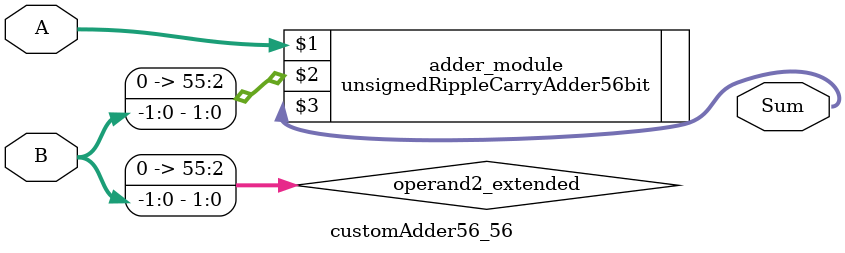
<source format=v>
module customAdder56_56(
                        input [55 : 0] A,
                        input [-1 : 0] B,
                        
                        output [56 : 0] Sum
                );

        wire [55 : 0] operand2_extended;
        
        assign operand2_extended =  {56'b0, B};
        
        unsignedRippleCarryAdder56bit adder_module(
            A,
            operand2_extended,
            Sum
        );
        
        endmodule
        
</source>
